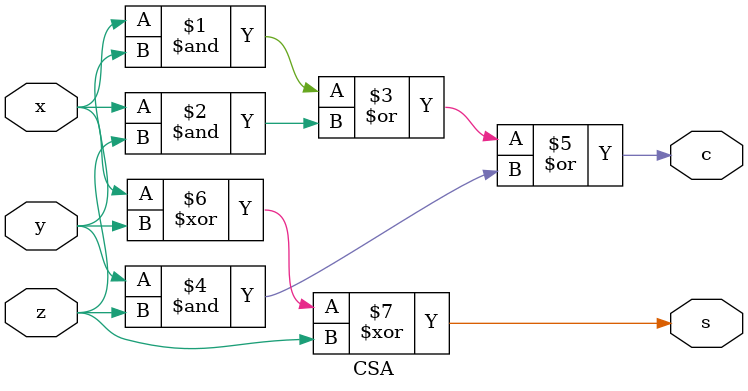
<source format=v>
module CSA(x,y,z,s,c);

input   x, y, z;
output  s, c;

assign  c = ( x & y ) | ( x & z ) | ( y & z );
assign  s = x ^ y ^ z;

endmodule 
</source>
